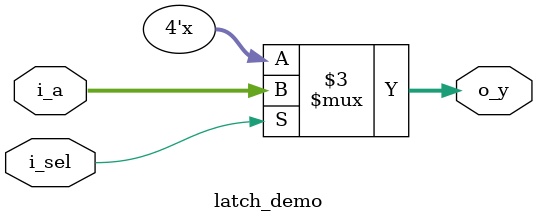
<source format=v>

module latch_demo (
    input  wire       i_sel,
    input  wire [3:0] i_a,
    output reg  [3:0] o_y
);

    // BUG: No else clause → when i_sel=0, o_y retains its value → LATCH
    always @(*) begin
        if (i_sel)
            o_y = i_a;
        // Missing: else o_y = 4'b0;
    end

endmodule

</source>
